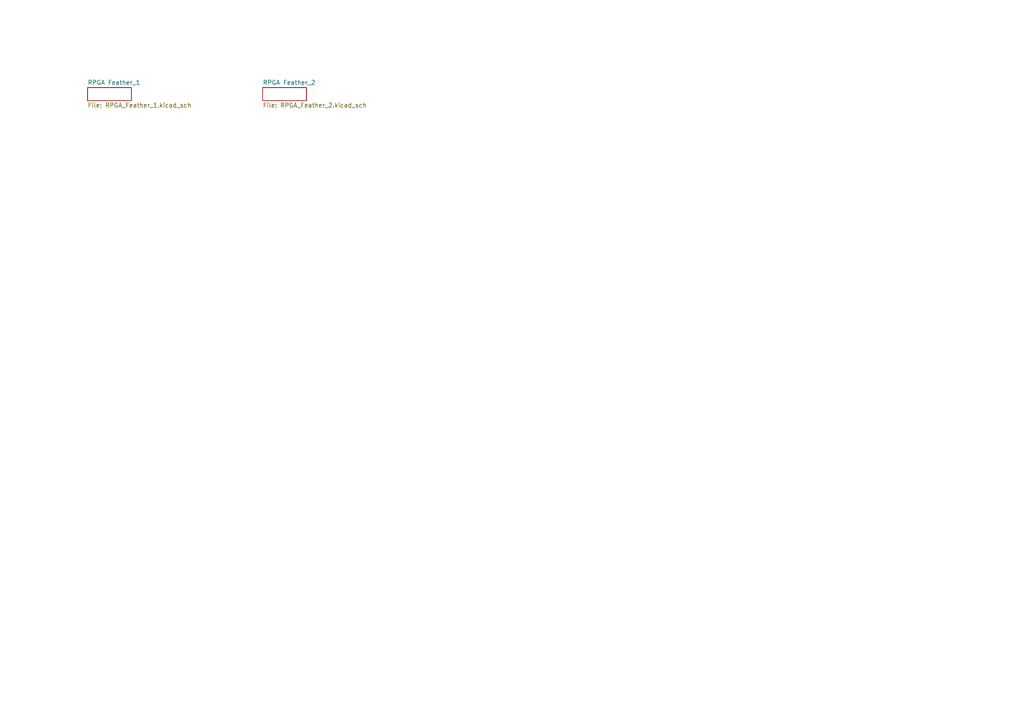
<source format=kicad_sch>
(kicad_sch
	(version 20231120)
	(generator "eeschema")
	(generator_version "8.0")
	(uuid "52cad863-8501-4814-80d5-ecab059483b4")
	(paper "A4")
	(lib_symbols)
	(sheet
		(at 25.4 25.4)
		(size 12.7 3.81)
		(fields_autoplaced yes)
		(stroke
			(width 0)
			(type solid)
		)
		(fill
			(color 0 0 0 0.0000)
		)
		(uuid "9ff83c66-3f9d-4bb1-bfd2-69b25cf6c363")
		(property "Sheetname" "RPGA Feather_1"
			(at 25.4 24.6884 0)
			(effects
				(font
					(size 1.27 1.27)
				)
				(justify left bottom)
			)
		)
		(property "Sheetfile" "RPGA_Feather_1.kicad_sch"
			(at 25.4 29.7946 0)
			(effects
				(font
					(size 1.27 1.27)
				)
				(justify left top)
			)
		)
		(instances
			(project "RPGA Feather"
				(path "/52cad863-8501-4814-80d5-ecab059483b4"
					(page "1")
				)
			)
		)
	)
	(sheet
		(at 76.2 25.4)
		(size 12.7 3.81)
		(fields_autoplaced yes)
		(stroke
			(width 0)
			(type solid)
		)
		(fill
			(color 0 0 0 0.0000)
		)
		(uuid "bfe0a541-4dc6-46a7-a52f-5495a9886414")
		(property "Sheetname" "RPGA Feather_2"
			(at 76.2 24.6884 0)
			(effects
				(font
					(size 1.27 1.27)
				)
				(justify left bottom)
			)
		)
		(property "Sheetfile" "RPGA_Feather_2.kicad_sch"
			(at 76.2 29.7946 0)
			(effects
				(font
					(size 1.27 1.27)
				)
				(justify left top)
			)
		)
		(instances
			(project "RPGA Feather"
				(path "/52cad863-8501-4814-80d5-ecab059483b4"
					(page "2")
				)
			)
		)
	)
	(sheet_instances
		(path "/"
			(page "1")
		)
	)
)
</source>
